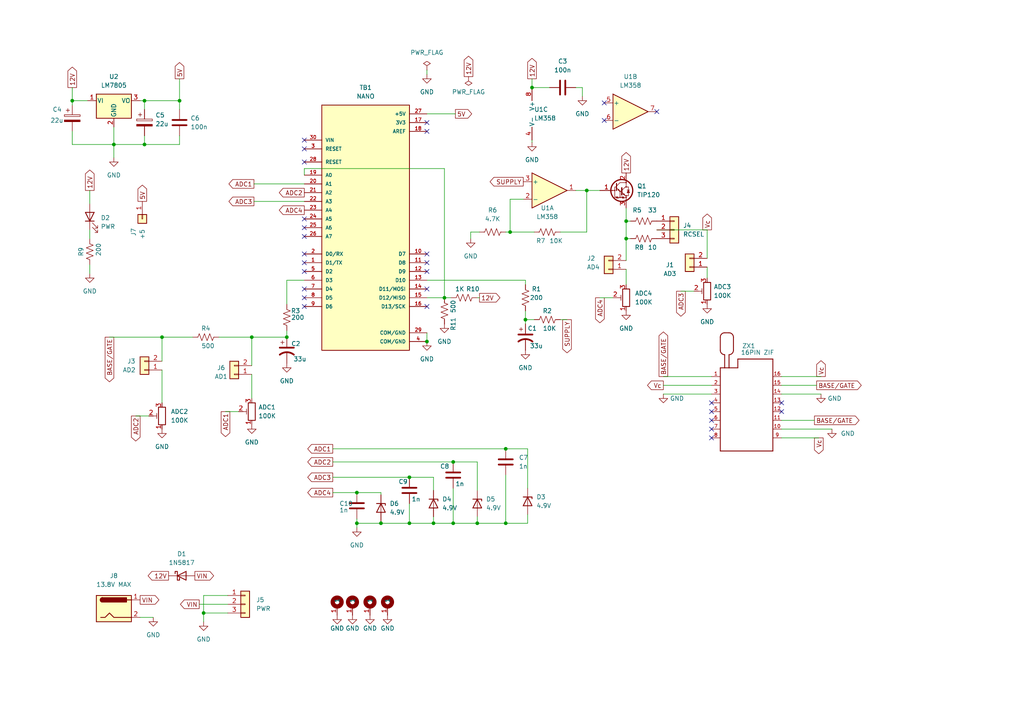
<source format=kicad_sch>
(kicad_sch (version 20211123) (generator eeschema)
  (paper "A4")
  (lib_symbols
    (symbol "Amplifier_Operational:LM358" (pin_names (offset 0.127))
      (property "Reference" "U" (at 0 5.08 0))
      (property "Value" "LM358" (at 0 -5.08 0))
      (symbol "LM358_1_1"
        (polyline (pts (xy -5.08 5.08) (xy 5.08 0) (xy -5.08 -5.08) (xy -5.08 5.08)) (stroke (width 0.254)) (fill (type background)))
        (pin output line (at 7.62 0 180) (length 2.54) (name "~") (number "1"))
        (pin input line (at -7.62 -2.54 0) (length 2.54) (name "-") (number "2"))
        (pin input line (at -7.62 2.54 0) (length 2.54) (name "+") (number "3"))
      )
      (symbol "LM358_2_1"
        (polyline (pts (xy -5.08 5.08) (xy 5.08 0) (xy -5.08 -5.08) (xy -5.08 5.08)) (stroke (width 0.254)) (fill (type background)))
        (pin input line (at -7.62 2.54 0) (length 2.54) (name "+") (number "5"))
        (pin input line (at -7.62 -2.54 0) (length 2.54) (name "-") (number "6"))
        (pin output line (at 7.62 0 180) (length 2.54) (name "~") (number "7"))
      )
      (symbol "LM358_3_1"
        (pin power_in line (at -2.54 -7.62 90) (length 3.81) (name "V-") (number "4"))
        (pin power_in line (at -2.54 7.62 270) (length 3.81) (name "V+") (number "8"))
      )
    )
    (symbol "Connector:Barrel_Jack" (pin_names (offset 1.016))
      (property "Reference" "J" (at 0 5.334 0))
      (property "Value" "Barrel_Jack" (at 0 -5.08 0))
      (symbol "Barrel_Jack_0_1"
        (rectangle (start -5.08 3.81) (end 5.08 -3.81) (stroke (width 0.254)) (fill (type background)))
        (arc (start -3.302 3.175) (mid -3.937 2.54) (end -3.302 1.905) (stroke (width 0.254)))
        (arc (start -3.302 3.175) (mid -3.937 2.54) (end -3.302 1.905) (stroke (width 0.254)) (fill (type outline)))
        (polyline (pts (xy 5.08 2.54) (xy 3.81 2.54)) (stroke (width 0.254)))
        (polyline (pts (xy -3.81 -2.54) (xy -2.54 -2.54) (xy -1.27 -1.27) (xy 0 -2.54) (xy 2.54 -2.54) (xy 5.08 -2.54)) (stroke (width 0.254)))
        (rectangle (start 3.683 3.175) (end -3.302 1.905) (stroke (width 0.254)) (fill (type outline)))
      )
      (symbol "Barrel_Jack_1_1"
        (pin passive line (at 7.62 2.54 180) (length 2.54) (name "~") (number "1"))
        (pin passive line (at 7.62 -2.54 180) (length 2.54) (name "~") (number "2"))
      )
    )
    (symbol "Connector_Generic:Conn_01x01" (pin_names (offset 1.016) hide)
      (property "Reference" "J" (at 0 2.54 0))
      (property "Value" "Conn_01x01" (at 0 -2.54 0))
      (symbol "Conn_01x01_1_1"
        (rectangle (start -1.27 0.127) (end 0 -0.127) (stroke (width 0.1524)))
        (rectangle (start -1.27 1.27) (end 1.27 -1.27) (stroke (width 0.254)) (fill (type background)))
        (pin passive line (at -5.08 0 0) (length 3.81) (name "Pin_1") (number "1"))
      )
    )
    (symbol "Connector_Generic:Conn_01x02" (pin_names (offset 1.016) hide)
      (property "Reference" "J" (at 0 2.54 0))
      (property "Value" "Conn_01x02" (at 0 -5.08 0))
      (symbol "Conn_01x02_1_1"
        (rectangle (start -1.27 -2.413) (end 0 -2.667) (stroke (width 0.1524)))
        (rectangle (start -1.27 0.127) (end 0 -0.127) (stroke (width 0.1524)))
        (rectangle (start -1.27 1.27) (end 1.27 -3.81) (stroke (width 0.254)) (fill (type background)))
        (pin passive line (at -5.08 0 0) (length 3.81) (name "Pin_1") (number "1"))
        (pin passive line (at -5.08 -2.54 0) (length 3.81) (name "Pin_2") (number "2"))
      )
    )
    (symbol "Connector_Generic:Conn_01x03" (pin_names (offset 1.016) hide)
      (property "Reference" "J" (at 0 5.08 0))
      (property "Value" "Conn_01x03" (at 0 -5.08 0))
      (symbol "Conn_01x03_1_1"
        (rectangle (start -1.27 -2.413) (end 0 -2.667) (stroke (width 0.1524)))
        (rectangle (start -1.27 0.127) (end 0 -0.127) (stroke (width 0.1524)))
        (rectangle (start -1.27 2.667) (end 0 2.413) (stroke (width 0.1524)))
        (rectangle (start -1.27 3.81) (end 1.27 -3.81) (stroke (width 0.254)) (fill (type background)))
        (pin passive line (at -5.08 2.54 0) (length 3.81) (name "Pin_1") (number "1"))
        (pin passive line (at -5.08 0 0) (length 3.81) (name "Pin_2") (number "2"))
        (pin passive line (at -5.08 -2.54 0) (length 3.81) (name "Pin_3") (number "3"))
      )
    )
    (symbol "Custom_RF:16Pin ZIF" (pin_names (offset 1.016))
      (property "Reference" "ZX" (at 0 13.97 0))
      (property "Value" "16Pin ZIF" (at -7.62 -17.78 0))
      (symbol "16Pin ZIF_0_0"
        (arc (start -7.62 15.24) (mid -7.248 14.342) (end -6.35 13.97) (stroke (width 0.254)))
        (arc (start -6.35 20.32) (mid -7.248 19.948) (end -7.62 19.05) (stroke (width 0.254)))
        (arc (start -5.08 13.97) (mid -4.182 14.342) (end -3.81 15.24) (stroke (width 0.254)))
        (arc (start -3.81 19.05) (mid -4.182 19.948) (end -5.08 20.32) (stroke (width 0.254)))
        (polyline (pts (xy -7.62 -13.97) (xy 7.62 -13.97)) (stroke (width 0.254)))
        (polyline (pts (xy -7.62 10.16) (xy -7.62 -13.97)) (stroke (width 0.254)))
        (polyline (pts (xy -7.62 15.24) (xy -7.62 19.05)) (stroke (width 0.254)))
        (polyline (pts (xy -6.35 10.16) (xy -7.62 10.16)) (stroke (width 0.254)))
        (polyline (pts (xy -6.35 10.16) (xy -6.35 13.97)) (stroke (width 0.254)))
        (polyline (pts (xy -6.35 20.32) (xy -5.08 20.32)) (stroke (width 0.254)))
        (polyline (pts (xy -5.08 10.16) (xy -6.35 10.16)) (stroke (width 0.254)))
        (polyline (pts (xy -5.08 13.97) (xy -5.08 10.16)) (stroke (width 0.254)))
        (polyline (pts (xy -3.81 19.05) (xy -3.81 15.24)) (stroke (width 0.254)))
        (polyline (pts (xy -2.54 10.16) (xy -5.08 10.16)) (stroke (width 0.254)))
        (polyline (pts (xy -2.54 12.7) (xy -2.54 10.16)) (stroke (width 0.254)))
        (polyline (pts (xy 7.62 -13.97) (xy 7.62 12.7)) (stroke (width 0.254)))
        (polyline (pts (xy 7.62 12.7) (xy -2.54 12.7)) (stroke (width 0.254)))
        (pin passive line (at -10.16 7.62 0) (length 2.54) (name "~") (number "1"))
        (pin passive line (at 10.16 -7.62 180) (length 2.54) (name "~") (number "10"))
        (pin passive line (at 10.16 -5.08 180) (length 2.54) (name "~") (number "11"))
        (pin passive line (at 10.16 -2.54 180) (length 2.54) (name "~") (number "12"))
        (pin passive line (at 10.16 0 180) (length 2.54) (name "~") (number "13"))
        (pin passive line (at 10.16 2.54 180) (length 2.54) (name "~") (number "14"))
        (pin passive line (at 10.16 5.08 180) (length 2.54) (name "~") (number "15"))
        (pin passive line (at 10.16 7.62 180) (length 2.54) (name "~") (number "16"))
        (pin passive line (at -10.16 5.08 0) (length 2.54) (name "~") (number "2"))
        (pin passive line (at -10.16 2.54 0) (length 2.54) (name "~") (number "3"))
        (pin passive line (at -10.16 0 0) (length 2.54) (name "~") (number "4"))
        (pin passive line (at -10.16 -2.54 0) (length 2.54) (name "~") (number "5"))
        (pin passive line (at -10.16 -5.08 0) (length 2.54) (name "~") (number "6"))
        (pin passive line (at -10.16 -7.62 0) (length 2.54) (name "~") (number "7"))
        (pin passive line (at -10.16 -10.16 0) (length 2.54) (name "~") (number "8"))
        (pin passive line (at 10.16 -10.16 180) (length 2.54) (name "~") (number "9"))
      )
    )
    (symbol "Device:C" (pin_numbers hide) (pin_names (offset 0.254))
      (property "Reference" "C" (at 0.635 2.54 0))
      (property "Value" "C" (at 0.635 -2.54 0))
      (symbol "C_0_1"
        (polyline (pts (xy -2.032 -0.762) (xy 2.032 -0.762)) (stroke (width 0.508)))
        (polyline (pts (xy -2.032 0.762) (xy 2.032 0.762)) (stroke (width 0.508)))
      )
      (symbol "C_1_1"
        (pin passive line (at 0 3.81 270) (length 2.794) (name "~") (number "1"))
        (pin passive line (at 0 -3.81 90) (length 2.794) (name "~") (number "2"))
      )
    )
    (symbol "Device:C_Polarized" (pin_numbers hide) (pin_names (offset 0.254))
      (property "Reference" "C" (at 0.635 2.54 0))
      (property "Value" "C_Polarized" (at 0.635 -2.54 0))
      (symbol "C_Polarized_0_1"
        (rectangle (start -2.286 0.508) (end 2.286 1.016))
        (polyline (pts (xy -1.778 2.286) (xy -0.762 2.286)))
        (polyline (pts (xy -1.27 2.794) (xy -1.27 1.778)))
        (rectangle (start 2.286 -0.508) (end -2.286 -1.016) (fill (type outline)))
      )
      (symbol "C_Polarized_1_1"
        (pin passive line (at 0 3.81 270) (length 2.794) (name "~") (number "1"))
        (pin passive line (at 0 -3.81 90) (length 2.794) (name "~") (number "2"))
      )
    )
    (symbol "Device:C_Polarized_US" (pin_numbers hide) (pin_names (offset 0.254) hide)
      (property "Reference" "C" (at 0.635 2.54 0))
      (property "Value" "C_Polarized_US" (at 0.635 -2.54 0))
      (symbol "C_Polarized_US_0_1"
        (polyline (pts (xy -2.032 0.762) (xy 2.032 0.762)) (stroke (width 0.508)))
        (polyline (pts (xy -1.778 2.286) (xy -0.762 2.286)))
        (polyline (pts (xy -1.27 1.778) (xy -1.27 2.794)))
        (arc (start 2.032 -1.27) (mid 0 -0.5572) (end -2.032 -1.27) (stroke (width 0.508)))
      )
      (symbol "C_Polarized_US_1_1"
        (pin passive line (at 0 3.81 270) (length 2.794) (name "~") (number "1"))
        (pin passive line (at 0 -3.81 90) (length 3.302) (name "~") (number "2"))
      )
    )
    (symbol "Device:D_Zener" (pin_numbers hide) (pin_names (offset 1.016) hide)
      (property "Reference" "D" (at 0 2.54 0))
      (property "Value" "D_Zener" (at 0 -2.54 0))
      (symbol "D_Zener_0_1"
        (polyline (pts (xy 1.27 0) (xy -1.27 0)))
        (polyline (pts (xy -1.27 -1.27) (xy -1.27 1.27) (xy -0.762 1.27)) (stroke (width 0.254)))
        (polyline (pts (xy 1.27 -1.27) (xy 1.27 1.27) (xy -1.27 0) (xy 1.27 -1.27)) (stroke (width 0.254)))
      )
      (symbol "D_Zener_1_1"
        (pin passive line (at -3.81 0 0) (length 2.54) (name "K") (number "1"))
        (pin passive line (at 3.81 0 180) (length 2.54) (name "A") (number "2"))
      )
    )
    (symbol "Device:LED" (pin_numbers hide) (pin_names (offset 1.016) hide)
      (property "Reference" "D" (at 0 2.54 0))
      (property "Value" "LED" (at 0 -2.54 0))
      (symbol "LED_0_1"
        (polyline (pts (xy -1.27 -1.27) (xy -1.27 1.27)) (stroke (width 0.254)))
        (polyline (pts (xy -1.27 0) (xy 1.27 0)))
        (polyline (pts (xy 1.27 -1.27) (xy 1.27 1.27) (xy -1.27 0) (xy 1.27 -1.27)) (stroke (width 0.254)))
        (polyline (pts (xy -3.048 -0.762) (xy -4.572 -2.286) (xy -3.81 -2.286) (xy -4.572 -2.286) (xy -4.572 -1.524)))
        (polyline (pts (xy -1.778 -0.762) (xy -3.302 -2.286) (xy -2.54 -2.286) (xy -3.302 -2.286) (xy -3.302 -1.524)))
      )
      (symbol "LED_1_1"
        (pin passive line (at -3.81 0 0) (length 2.54) (name "K") (number "1"))
        (pin passive line (at 3.81 0 180) (length 2.54) (name "A") (number "2"))
      )
    )
    (symbol "Device:R_Potentiometer_Trim" (pin_names (offset 1.016) hide)
      (property "Reference" "RV" (at -4.445 0 90))
      (property "Value" "R_Potentiometer_Trim" (at -2.54 0 90))
      (symbol "R_Potentiometer_Trim_0_1"
        (polyline (pts (xy 1.524 0.762) (xy 1.524 -0.762)))
        (polyline (pts (xy 2.54 0) (xy 1.524 0)))
        (rectangle (start 1.016 2.54) (end -1.016 -2.54) (stroke (width 0.254)))
      )
      (symbol "R_Potentiometer_Trim_1_1"
        (pin passive line (at 0 3.81 270) (length 1.27) (name "1") (number "1"))
        (pin passive line (at 3.81 0 180) (length 1.27) (name "2") (number "2"))
        (pin passive line (at 0 -3.81 90) (length 1.27) (name "3") (number "3"))
      )
    )
    (symbol "Device:R_US" (pin_numbers hide) (pin_names (offset 0))
      (property "Reference" "R" (at 2.54 0 90))
      (property "Value" "R_US" (at -2.54 0 90))
      (symbol "R_US_0_1"
        (polyline (pts (xy 0 -2.286) (xy 0 -2.54)))
        (polyline (pts (xy 0 2.286) (xy 0 2.54)))
        (polyline (pts (xy 0 -0.762) (xy 1.016 -1.143) (xy 0 -1.524) (xy -1.016 -1.905) (xy 0 -2.286)))
        (polyline (pts (xy 0 0.762) (xy 1.016 0.381) (xy 0 0) (xy -1.016 -0.381) (xy 0 -0.762)))
        (polyline (pts (xy 0 2.286) (xy 1.016 1.905) (xy 0 1.524) (xy -1.016 1.143) (xy 0 0.762)))
      )
      (symbol "R_US_1_1"
        (pin passive line (at 0 3.81 270) (length 1.27) (name "~") (number "1"))
        (pin passive line (at 0 -3.81 90) (length 1.27) (name "~") (number "2"))
      )
    )
    (symbol "Diode:1N5817" (pin_numbers hide) (pin_names (offset 1.016) hide)
      (property "Reference" "D" (at 0 2.54 0))
      (property "Value" "1N5817" (at 0 -2.54 0))
      (symbol "1N5817_0_1"
        (polyline (pts (xy 1.27 0) (xy -1.27 0)))
        (polyline (pts (xy 1.27 1.27) (xy 1.27 -1.27) (xy -1.27 0) (xy 1.27 1.27)) (stroke (width 0.254)))
        (polyline (pts (xy -1.905 0.635) (xy -1.905 1.27) (xy -1.27 1.27) (xy -1.27 -1.27) (xy -0.635 -1.27) (xy -0.635 -0.635)) (stroke (width 0.254)))
      )
      (symbol "1N5817_1_1"
        (pin passive line (at -3.81 0 0) (length 2.54) (name "K") (number "1"))
        (pin passive line (at 3.81 0 180) (length 2.54) (name "A") (number "2"))
      )
    )
    (symbol "Microcontrollers:ARDUINO_NANO" (pin_names (offset 1.016))
      (property "Reference" "TB" (at -12.7 35.56 0))
      (property "Value" "ARDUINO_NANO" (at -12.7 -38.1 0))
      (symbol "ARDUINO_NANO_0_0"
        (rectangle (start -12.7 -35.56) (end 12.7 35.56) (stroke (width 0.254)) (fill (type background)))
        (pin bidirectional line (at -17.78 -10.16 0) (length 5.08) (name "D1/TX") (number "1"))
        (pin bidirectional line (at 17.78 -7.62 180) (length 5.08) (name "D7") (number "10"))
        (pin bidirectional line (at 17.78 -10.16 180) (length 5.08) (name "D8") (number "11"))
        (pin bidirectional line (at 17.78 -12.7 180) (length 5.08) (name "D9") (number "12"))
        (pin bidirectional line (at 17.78 -15.24 180) (length 5.08) (name "D10") (number "13"))
        (pin bidirectional line (at 17.78 -17.78 180) (length 5.08) (name "D11/MOSI") (number "14"))
        (pin bidirectional line (at 17.78 -20.32 180) (length 5.08) (name "D12/MISO") (number "15"))
        (pin bidirectional line (at 17.78 -22.86 180) (length 5.08) (name "D13/SCK") (number "16"))
        (pin power_in line (at 17.78 30.48 180) (length 5.08) (name "3V3") (number "17"))
        (pin power_in line (at 17.78 27.94 180) (length 5.08) (name "AREF") (number "18"))
        (pin input line (at -17.78 15.24 0) (length 5.08) (name "A0") (number "19"))
        (pin bidirectional line (at -17.78 -7.62 0) (length 5.08) (name "D0/RX") (number "2"))
        (pin input line (at -17.78 12.7 0) (length 5.08) (name "A1") (number "20"))
        (pin input line (at -17.78 10.16 0) (length 5.08) (name "A2") (number "21"))
        (pin input line (at -17.78 7.62 0) (length 5.08) (name "A3") (number "22"))
        (pin input line (at -17.78 5.08 0) (length 5.08) (name "A4") (number "23"))
        (pin input line (at -17.78 2.54 0) (length 5.08) (name "A5") (number "24"))
        (pin input line (at -17.78 0 0) (length 5.08) (name "A6") (number "25"))
        (pin input line (at -17.78 -2.54 0) (length 5.08) (name "A7") (number "26"))
        (pin power_in line (at 17.78 33.02 180) (length 5.08) (name "+5V") (number "27"))
        (pin input line (at -17.78 19.05 0) (length 5.08) (name "RESET") (number "28"))
        (pin power_in line (at 17.78 -30.48 180) (length 5.08) (name "COM/GND") (number "29"))
        (pin input line (at -17.78 22.86 0) (length 5.08) (name "RESET") (number "3"))
        (pin input line (at -17.78 25.4 0) (length 5.08) (name "VIN") (number "30"))
        (pin power_in line (at 17.78 -33.02 180) (length 5.08) (name "COM/GND") (number "4"))
        (pin bidirectional line (at -17.78 -12.7 0) (length 5.08) (name "D2") (number "5"))
        (pin bidirectional line (at -17.78 -15.24 0) (length 5.08) (name "D3") (number "6"))
        (pin bidirectional line (at -17.78 -17.78 0) (length 5.08) (name "D4") (number "7"))
        (pin bidirectional line (at -17.78 -20.32 0) (length 5.08) (name "D5") (number "8"))
        (pin bidirectional line (at -17.78 -22.86 0) (length 5.08) (name "D6") (number "9"))
      )
    )
    (symbol "MountingHole_1" (pin_names (offset 1.016))
      (symbol "MountingHole_1_0_1"
        (circle (center 0 0) (radius 1.27) (stroke (width 1.27)))
      )
      (symbol "MountingHole_1_1_1"
        (pin power_in line (at 0 -3.81 90) (length 2.54) (name "1") (number "1"))
      )
    )
    (symbol "MountingHole_2" (pin_names (offset 1.016))
      (symbol "MountingHole_2_0_1"
        (circle (center 0 0) (radius 1.27) (stroke (width 1.27)))
      )
      (symbol "MountingHole_2_1_1"
        (pin power_in line (at 0 -3.81 90) (length 2.54) (name "1") (number "1"))
      )
    )
    (symbol "MountingHole_3" (pin_names (offset 1.016))
      (symbol "MountingHole_3_0_1"
        (circle (center 0 0) (radius 1.27) (stroke (width 1.27)))
      )
      (symbol "MountingHole_3_1_1"
        (pin power_in line (at 0 -3.81 90) (length 2.54) (name "1") (number "1"))
      )
    )
    (symbol "MountingHole_4" (pin_names (offset 1.016))
      (symbol "MountingHole_4_0_1"
        (circle (center 0 0) (radius 1.27) (stroke (width 1.27)))
      )
      (symbol "MountingHole_4_1_1"
        (pin power_in line (at 0 -3.81 90) (length 2.54) (name "1") (number "1"))
      )
    )
    (symbol "Regulator_Linear:LM7805_TO220" (pin_names (offset 0.254))
      (property "Reference" "U" (at -3.81 3.175 0))
      (property "Value" "LM7805_TO220" (at 0 3.175 0))
      (symbol "LM7805_TO220_0_1"
        (rectangle (start -5.08 1.905) (end 5.08 -5.08) (stroke (width 0.254)) (fill (type background)))
      )
      (symbol "LM7805_TO220_1_1"
        (pin power_in line (at -7.62 0 0) (length 2.54) (name "VI") (number "1"))
        (pin power_in line (at 0 -7.62 90) (length 2.54) (name "GND") (number "2"))
        (pin power_out line (at 7.62 0 180) (length 2.54) (name "VO") (number "3"))
      )
    )
    (symbol "Transistor_BJT:TIP120" (pin_names (offset 0) hide)
      (property "Reference" "Q" (at 5.08 1.905 0))
      (property "Value" "TIP120" (at 5.08 0 0))
      (symbol "TIP120_0_1"
        (circle (center -0.762 0) (radius 0.127))
        (polyline (pts (xy -1.27 0) (xy -0.889 0)))
        (polyline (pts (xy 2.54 -2.032) (xy 2.54 -2.54)))
        (polyline (pts (xy 2.54 -1.524) (xy 3.175 -1.524)))
        (polyline (pts (xy 2.794 0.127) (xy 3.556 0.127)))
        (polyline (pts (xy 3.175 -0.635) (xy 3.175 -1.524)))
        (polyline (pts (xy 3.175 1.016) (xy 2.54 1.016)))
        (polyline (pts (xy 3.175 1.016) (xy 3.175 0.127)))
        (polyline (pts (xy -0.254 0.762) (xy 0.762 -0.254) (xy 1.27 -0.254)))
        (polyline (pts (xy -0.254 1.016) (xy -0.762 1.016) (xy -0.762 -2.032)))
        (polyline (pts (xy -0.254 1.27) (xy 0.762 2.286) (xy 2.54 2.286)))
        (polyline (pts (xy -0.254 2.032) (xy -0.254 0) (xy -0.254 0)) (stroke (width 0.3048)))
        (polyline (pts (xy 1.27 0.762) (xy 1.27 -1.27) (xy 1.27 -1.27)) (stroke (width 0.381)))
        (polyline (pts (xy 0.635 -0.127) (xy 0.381 0.381) (xy 0.127 0.127) (xy 0.635 -0.127)))
        (polyline (pts (xy 1.27 -0.508) (xy 2.286 -1.524) (xy 2.54 -1.524) (xy 2.54 -2.032)))
        (polyline (pts (xy 1.27 0) (xy 2.286 1.016) (xy 2.54 1.016) (xy 2.54 2.286)))
        (polyline (pts (xy 2.159 -1.397) (xy 1.905 -0.889) (xy 1.651 -1.143) (xy 2.159 -1.397)))
        (polyline (pts (xy 3.175 0.127) (xy 2.794 -0.635) (xy 3.556 -0.635) (xy 3.175 0.127)) (fill (type outline)))
        (polyline (pts (xy 0.762 -2.032) (xy 0.381 -2.032) (xy 0.254 -2.286) (xy 0.127 -1.778) (xy 0 -2.286) (xy -0.127 -1.778) (xy -0.254 -2.286) (xy -0.381 -1.778) (xy -0.508 -2.032) (xy -0.762 -2.032)))
        (polyline (pts (xy 0.762 -0.254) (xy 0.762 -2.032) (xy 1.143 -2.032) (xy 1.27 -1.778) (xy 1.397 -2.286) (xy 1.524 -1.778) (xy 1.651 -2.286) (xy 1.778 -1.778) (xy 1.905 -2.286) (xy 2.032 -2.032) (xy 2.54 -2.032)))
        (circle (center 0.762 -2.032) (radius 0.127))
        (circle (center 0.762 -0.254) (radius 0.127))
        (circle (center 1.27 0) (radius 3.175) (stroke (width 0.3556)))
        (circle (center 2.54 -2.032) (radius 0.127))
        (circle (center 2.54 -1.524) (radius 0.127))
        (circle (center 2.54 1.016) (radius 0.127))
        (circle (center 2.54 2.286) (radius 0.127))
      )
      (symbol "TIP120_1_1"
        (pin input line (at -5.08 0 0) (length 3.81) (name "B") (number "1"))
        (pin passive line (at 2.54 5.08 270) (length 2.667) (name "C") (number "2"))
        (pin passive line (at 2.54 -5.08 90) (length 2.54) (name "E") (number "3"))
      )
    )
    (symbol "power:GND" (power) (pin_names (offset 0))
      (property "Value" "GND" (at 0 -3.81 0))
      (symbol "GND_0_1"
        (polyline (pts (xy 0 0) (xy 0 -1.27) (xy 1.27 -1.27) (xy 0 -2.54) (xy -1.27 -1.27) (xy 0 -1.27)))
      )
      (symbol "GND_1_1"
        (pin power_in line (at 0 0 270) (length 0) hide (name "GND") (number "1"))
      )
    )
    (symbol "power:PWR_FLAG" (power) (pin_numbers hide) (pin_names (offset 0) hide)
      (property "Value" "PWR_FLAG" (at 0 3.81 0))
      (symbol "PWR_FLAG_0_0"
        (pin power_out line (at 0 0 90) (length 0) (name "pwr") (number "1"))
      )
      (symbol "PWR_FLAG_0_1"
        (polyline (pts (xy 0 0) (xy 0 1.27) (xy -1.016 1.905) (xy 0 2.54) (xy 1.016 1.905) (xy 0 1.27)))
      )
    )
  )
  (junction (at 152.4 92.71))
  (junction (at 110.49 151.765))
  (junction (at 52.07 29.21))
  (junction (at 181.61 69.215))
  (junction (at 123.825 99.06))
  (junction (at 83.185 97.79))
  (junction (at 41.91 29.21))
  (junction (at 125.73 151.765))
  (junction (at 170.18 55.245))
  (junction (at 118.745 138.43))
  (junction (at 73.025 97.79))
  (junction (at 59.055 177.8))
  (junction (at 131.445 133.985))
  (junction (at 147.955 67.31))
  (junction (at 128.905 86.36))
  (junction (at 103.505 151.765))
  (junction (at 33.02 41.91))
  (junction (at 131.445 151.765))
  (junction (at 118.745 151.765))
  (junction (at 146.685 151.765))
  (junction (at 103.505 142.875))
  (junction (at 146.685 130.175))
  (junction (at 154.305 25.4))
  (junction (at 20.955 29.21))
  (junction (at 181.61 64.135))
  (junction (at 41.91 41.91))
  (junction (at 138.43 151.765))
  (junction (at 46.99 97.79))
  (no_connect (at 190.5 32.385))
  (no_connect (at 175.26 34.925))
  (no_connect (at 175.26 29.845))
  (no_connect (at 206.375 127))
  (no_connect (at 206.375 116.84))
  (no_connect (at 226.695 116.84))
  (no_connect (at 88.265 40.64))
  (no_connect (at 206.375 119.38))
  (no_connect (at 123.825 35.56))
  (no_connect (at 123.825 38.1))
  (no_connect (at 123.825 88.9))
  (no_connect (at 123.825 83.82))
  (no_connect (at 123.825 73.66))
  (no_connect (at 123.825 76.2))
  (no_connect (at 123.825 78.74))
  (no_connect (at 88.265 43.18))
  (no_connect (at 88.265 88.9))
  (no_connect (at 88.265 86.36))
  (no_connect (at 88.265 83.82))
  (no_connect (at 88.265 66.04))
  (no_connect (at 88.265 68.58))
  (no_connect (at 88.265 73.66))
  (no_connect (at 88.265 76.2))
  (no_connect (at 88.265 63.5))
  (no_connect (at 88.265 78.74))
  (no_connect (at 206.375 124.46))
  (no_connect (at 206.375 121.92))
  (no_connect (at 88.265 46.99))
  (no_connect (at 226.695 119.38))
  (wire (pts (xy 146.685 151.765) (xy 153.035 151.765)))
  (wire (pts (xy 181.61 69.215) (xy 181.61 75.565)))
  (wire (pts (xy 123.825 33.02) (xy 132.08 33.02)))
  (wire (pts (xy 66.04 172.72) (xy 59.055 172.72)))
  (wire (pts (xy 41.91 41.91) (xy 33.02 41.91)))
  (wire (pts (xy 123.825 96.52) (xy 123.825 99.06)))
  (wire (pts (xy 110.49 151.765) (xy 118.745 151.765)))
  (wire (pts (xy 96.52 133.985) (xy 131.445 133.985)))
  (wire (pts (xy 192.405 111.76) (xy 206.375 111.76)))
  (wire (pts (xy 154.305 40.64) (xy 154.305 41.275)))
  (wire (pts (xy 128.905 48.895) (xy 88.265 48.895)))
  (wire (pts (xy 52.07 29.21) (xy 52.07 31.75)))
  (wire (pts (xy 151.765 57.785) (xy 147.955 57.785)))
  (wire (pts (xy 31.75 97.79) (xy 46.99 97.79)))
  (wire (pts (xy 154.94 92.71) (xy 152.4 92.71)))
  (wire (pts (xy 192.405 109.22) (xy 206.375 109.22)))
  (wire (pts (xy 181.61 64.135) (xy 181.61 69.215)))
  (wire (pts (xy 238.125 109.22) (xy 226.695 109.22)))
  (wire (pts (xy 130.81 86.36) (xy 128.905 86.36)))
  (wire (pts (xy 52.07 41.91) (xy 41.91 41.91)))
  (wire (pts (xy 152.4 82.55) (xy 152.4 81.28)))
  (wire (pts (xy 147.955 67.31) (xy 154.94 67.31)))
  (wire (pts (xy 96.52 130.175) (xy 146.685 130.175)))
  (wire (pts (xy 146.685 137.795) (xy 146.685 151.765)))
  (wire (pts (xy 33.02 41.91) (xy 33.02 36.83)))
  (wire (pts (xy 20.955 29.21) (xy 20.955 30.48)))
  (wire (pts (xy 52.07 22.86) (xy 52.07 29.21)))
  (wire (pts (xy 136.525 67.31) (xy 136.525 69.215)))
  (wire (pts (xy 146.685 67.31) (xy 147.955 67.31)))
  (wire (pts (xy 131.445 141.605) (xy 131.445 151.765)))
  (wire (pts (xy 153.035 130.175) (xy 146.685 130.175)))
  (wire (pts (xy 164.465 92.71) (xy 162.56 92.71)))
  (wire (pts (xy 33.02 41.91) (xy 20.955 41.91)))
  (wire (pts (xy 46.99 97.79) (xy 46.99 104.775)))
  (wire (pts (xy 73.66 53.34) (xy 88.265 53.34)))
  (wire (pts (xy 73.025 97.79) (xy 83.185 97.79)))
  (wire (pts (xy 128.905 86.36) (xy 128.905 48.895)))
  (wire (pts (xy 152.4 92.71) (xy 152.4 90.17)))
  (wire (pts (xy 83.185 81.28) (xy 88.265 81.28)))
  (wire (pts (xy 201.295 84.455) (xy 197.485 84.455)))
  (wire (pts (xy 40.64 29.21) (xy 41.91 29.21)))
  (wire (pts (xy 138.43 151.765) (xy 131.445 151.765)))
  (wire (pts (xy 20.955 25.4) (xy 20.955 29.21)))
  (wire (pts (xy 168.91 25.4) (xy 168.91 27.94)))
  (wire (pts (xy 57.785 175.26) (xy 66.04 175.26)))
  (wire (pts (xy 83.185 88.265) (xy 83.185 81.28)))
  (wire (pts (xy 41.91 29.21) (xy 52.07 29.21)))
  (wire (pts (xy 190.5 66.675) (xy 205.105 66.675)))
  (wire (pts (xy 236.22 121.92) (xy 226.695 121.92)))
  (wire (pts (xy 139.065 67.31) (xy 136.525 67.31)))
  (wire (pts (xy 125.73 138.43) (xy 118.745 138.43)))
  (wire (pts (xy 123.825 20.32) (xy 123.825 21.59)))
  (wire (pts (xy 162.56 67.31) (xy 170.18 67.31)))
  (wire (pts (xy 139.065 86.36) (xy 138.43 86.36)))
  (wire (pts (xy 154.305 22.86) (xy 154.305 25.4)))
  (wire (pts (xy 96.52 142.875) (xy 103.505 142.875)))
  (wire (pts (xy 88.265 48.895) (xy 88.265 50.8)))
  (wire (pts (xy 177.8 86.36) (xy 173.99 86.36)))
  (wire (pts (xy 192.405 114.3) (xy 206.375 114.3)))
  (wire (pts (xy 26.035 55.245) (xy 26.035 59.055)))
  (wire (pts (xy 41.91 39.37) (xy 41.91 41.91)))
  (wire (pts (xy 103.505 151.765) (xy 103.505 150.495)))
  (wire (pts (xy 83.185 95.885) (xy 83.185 97.79)))
  (wire (pts (xy 26.035 66.675) (xy 26.035 69.215)))
  (wire (pts (xy 103.505 153.035) (xy 103.505 151.765)))
  (wire (pts (xy 73.66 58.42) (xy 88.265 58.42)))
  (wire (pts (xy 170.18 55.245) (xy 173.99 55.245)))
  (wire (pts (xy 118.745 146.05) (xy 118.745 151.765)))
  (wire (pts (xy 59.055 177.8) (xy 66.04 177.8)))
  (wire (pts (xy 237.49 127) (xy 226.695 127)))
  (wire (pts (xy 103.505 151.765) (xy 110.49 151.765)))
  (wire (pts (xy 167.005 25.4) (xy 168.91 25.4)))
  (wire (pts (xy 181.61 69.215) (xy 182.88 69.215)))
  (wire (pts (xy 44.45 179.07) (xy 40.64 179.07)))
  (wire (pts (xy 63.5 97.79) (xy 73.025 97.79)))
  (wire (pts (xy 205.105 66.675) (xy 205.105 74.93)))
  (wire (pts (xy 147.955 57.785) (xy 147.955 67.31)))
  (wire (pts (xy 236.855 111.76) (xy 226.695 111.76)))
  (wire (pts (xy 181.61 64.135) (xy 182.88 64.135)))
  (wire (pts (xy 43.18 120.65) (xy 39.37 120.65)))
  (wire (pts (xy 128.905 86.36) (xy 123.825 86.36)))
  (wire (pts (xy 103.505 142.875) (xy 110.49 142.875)))
  (wire (pts (xy 138.43 142.24) (xy 138.43 133.985)))
  (wire (pts (xy 138.43 151.765) (xy 146.685 151.765)))
  (wire (pts (xy 153.035 141.605) (xy 153.035 130.175)))
  (wire (pts (xy 46.99 97.79) (xy 55.88 97.79)))
  (wire (pts (xy 152.4 93.98) (xy 152.4 92.71)))
  (wire (pts (xy 59.055 172.72) (xy 59.055 177.8)))
  (wire (pts (xy 181.61 60.325) (xy 181.61 64.135)))
  (wire (pts (xy 33.02 41.91) (xy 33.02 45.72)))
  (wire (pts (xy 170.18 55.245) (xy 167.005 55.245)))
  (wire (pts (xy 170.18 67.31) (xy 170.18 55.245)))
  (wire (pts (xy 110.49 142.875) (xy 110.49 143.51)))
  (wire (pts (xy 96.52 138.43) (xy 118.745 138.43)))
  (wire (pts (xy 138.43 133.985) (xy 131.445 133.985)))
  (wire (pts (xy 125.73 149.86) (xy 125.73 151.765)))
  (wire (pts (xy 41.91 29.21) (xy 41.91 31.75)))
  (wire (pts (xy 69.215 119.38) (xy 65.405 119.38)))
  (wire (pts (xy 73.025 115.57) (xy 73.025 108.585)))
  (wire (pts (xy 20.955 38.1) (xy 20.955 41.91)))
  (wire (pts (xy 138.43 149.86) (xy 138.43 151.765)))
  (wire (pts (xy 125.73 151.765) (xy 131.445 151.765)))
  (wire (pts (xy 118.745 151.765) (xy 125.73 151.765)))
  (wire (pts (xy 26.035 76.835) (xy 26.035 79.375)))
  (wire (pts (xy 153.035 149.225) (xy 153.035 151.765)))
  (wire (pts (xy 205.105 77.47) (xy 205.105 80.645)))
  (wire (pts (xy 73.025 106.045) (xy 73.025 97.79)))
  (wire (pts (xy 110.49 151.13) (xy 110.49 151.765)))
  (wire (pts (xy 241.3 124.46) (xy 226.695 124.46)))
  (wire (pts (xy 59.055 177.8) (xy 59.055 180.34)))
  (wire (pts (xy 123.825 81.28) (xy 152.4 81.28)))
  (wire (pts (xy 181.61 78.105) (xy 181.61 82.55)))
  (wire (pts (xy 159.385 25.4) (xy 154.305 25.4)))
  (wire (pts (xy 46.99 107.315) (xy 46.99 116.84)))
  (wire (pts (xy 238.125 114.3) (xy 226.695 114.3)))
  (wire (pts (xy 25.4 29.21) (xy 20.955 29.21)))
  (wire (pts (xy 52.07 39.37) (xy 52.07 41.91)))
  (wire (pts (xy 125.73 142.24) (xy 125.73 138.43)))
  (global_label "ADC3" (shape output) (at 73.66 58.42 180) (property "Intersheet References" "${INTERSHEET_REFS}" (effects hide)))
  (global_label "5V" (shape output) (at 132.08 33.02 0) (property "Intersheet References" "${INTERSHEET_REFS}" (effects hide)))
  (global_label "Vc" (shape output) (at 205.105 66.675 90) (property "Intersheet References" "${INTERSHEET_REFS}" (effects hide)))
  (global_label "ADC2" (shape output) (at 88.265 55.88 180) (property "Intersheet References" "${INTERSHEET_REFS}" (effects hide)))
  (global_label "ADC2" (shape output) (at 39.37 120.65 270) (property "Intersheet References" "${INTERSHEET_REFS}" (effects hide)))
  (global_label "ADC4" (shape output) (at 173.99 86.36 270) (property "Intersheet References" "${INTERSHEET_REFS}" (effects hide)))
  (global_label "ADC4" (shape output) (at 96.52 142.875 180) (property "Intersheet References" "${INTERSHEET_REFS}" (effects hide)))
  (global_label "12V" (shape output) (at 181.61 50.165 90) (property "Intersheet References" "${INTERSHEET_REFS}" (effects hide)))
  (global_label "12V" (shape output) (at 48.895 167.005 180) (property "Intersheet References" "${INTERSHEET_REFS}" (effects hide)))
  (global_label "Vc" (shape output) (at 237.49 127 270) (property "Intersheet References" "${INTERSHEET_REFS}" (effects hide)))
  (global_label "BASE{slash}GATE" (shape output) (at 236.855 111.76 0) (property "Intersheet References" "${INTERSHEET_REFS}" (effects hide)))
  (global_label "ADC2" (shape output) (at 96.52 133.985 180) (property "Intersheet References" "${INTERSHEET_REFS}" (effects hide)))
  (global_label "12V" (shape output) (at 20.955 25.4 90) (property "Intersheet References" "${INTERSHEET_REFS}" (effects hide)))
  (global_label "SUPPLY" (shape output) (at 151.765 52.705 180) (property "Intersheet References" "${INTERSHEET_REFS}" (effects hide)))
  (global_label "VIN" (shape output) (at 56.515 167.005 0) (property "Intersheet References" "${INTERSHEET_REFS}" (effects hide)))
  (global_label "Vc" (shape output) (at 238.125 109.22 90) (property "Intersheet References" "${INTERSHEET_REFS}" (effects hide)))
  (global_label "BASE{slash}GATE" (shape output) (at 236.22 121.92 0) (property "Intersheet References" "${INTERSHEET_REFS}" (effects hide)))
  (global_label "5V" (shape output) (at 41.275 58.42 90) (property "Intersheet References" "${INTERSHEET_REFS}" (effects hide)))
  (global_label "ADC1" (shape output) (at 96.52 130.175 180) (property "Intersheet References" "${INTERSHEET_REFS}" (effects hide)))
  (global_label "BASE{slash}GATE" (shape output) (at 31.75 97.79 270) (property "Intersheet References" "${INTERSHEET_REFS}" (effects hide)))
  (global_label "ADC1" (shape output) (at 65.405 119.38 270) (property "Intersheet References" "${INTERSHEET_REFS}" (effects hide)))
  (global_label "Vc" (shape output) (at 192.405 111.76 180) (property "Intersheet References" "${INTERSHEET_REFS}" (effects hide)))
  (global_label "VIN" (shape output) (at 57.785 175.26 180) (property "Intersheet References" "${INTERSHEET_REFS}" (effects hide)))
  (global_label "ADC3" (shape output) (at 197.485 84.455 270) (property "Intersheet References" "${INTERSHEET_REFS}" (effects hide)))
  (global_label "5V" (shape output) (at 52.07 22.86 90) (property "Intersheet References" "${INTERSHEET_REFS}" (effects hide)))
  (global_label "VIN" (shape output) (at 40.64 173.99 0) (property "Intersheet References" "${INTERSHEET_REFS}" (effects hide)))
  (global_label "SUPPLY" (shape output) (at 164.465 92.71 270) (property "Intersheet References" "${INTERSHEET_REFS}" (effects hide)))
  (global_label "ADC3" (shape output) (at 96.52 138.43 180) (property "Intersheet References" "${INTERSHEET_REFS}" (effects hide)))
  (global_label "ADC4" (shape output) (at 88.265 60.96 180) (property "Intersheet References" "${INTERSHEET_REFS}" (effects hide)))
  (global_label "12V" (shape output) (at 154.305 22.86 90) (property "Intersheet References" "${INTERSHEET_REFS}" (effects hide)))
  (global_label "12V" (shape output) (at 135.89 22.225 90) (property "Intersheet References" "${INTERSHEET_REFS}" (effects hide)))
  (global_label "12V" (shape output) (at 139.065 86.36 0) (property "Intersheet References" "${INTERSHEET_REFS}" (effects hide)))
  (global_label "BASE{slash}GATE" (shape output) (at 192.405 109.22 90) (property "Intersheet References" "${INTERSHEET_REFS}" (effects hide)))
  (global_label "12V" (shape output) (at 26.035 55.245 90) (property "Intersheet References" "${INTERSHEET_REFS}" (effects hide)))
  (global_label "ADC1" (shape output) (at 73.66 53.34 180) (property "Intersheet References" "${INTERSHEET_REFS}" (effects hide)))
  (symbol (lib_id "Connector:Barrel_Jack") (at 33.02 176.53 0) (unit 1)
    (property "Reference" "J8" (at 33.02 167.005 0))
    (property "Value" "13.8V MAX" (at 33.02 169.545 0))
    (property "Footprint" "Connector_BarrelJack:BarrelJack_GCT_DCJ200-10-A_Horizontal" (effects hide))
  )
  (symbol (lib_id "Device:D_Zener") (at 153.035 145.415 270) (unit 1)
    (property "Reference" "D3" (at 155.575 144.1449 90) (effects (justify left)))
    (property "Value" "4.9V" (at 155.575 146.6849 90) (effects (justify left)))
    (property "Footprint" "Diode_SMD:D_SOD-323" (effects hide))
  )
  (symbol (lib_id "Device:R_US") (at 134.62 86.36 90) (unit 1)
    (property "Reference" "R10" (at 137.16 83.82 90))
    (property "Value" "1K" (at 133.35 83.82 90))
    (property "Footprint" "Resistor_SMD:R_1206_3216Metric_Pad1.30x1.75mm_HandSolder" (effects hide))
  )
  (symbol (lib_id "Device:C") (at 118.745 142.24 0) (unit 1)
    (property "Reference" "C9" (at 115.57 139.7 0) (effects (justify left)))
    (property "Value" "1n" (at 119.38 144.78 0) (effects (justify left)))
    (property "Footprint" "Capacitor_SMD:C_1206_3216Metric" (effects hide))
  )
  (symbol (lib_name "MountingHole_3") (lib_id "Mechanical:MountingHole") (at 102.235 174.625 0) (unit 1) (in_bom no)
    (property "Reference" "H2" (effects hide))
    (property "Value" "MountingHole" (effects hide))
    (property "Footprint" "MountingHole:MountingHole_3.2mm_M3_ISO7380_Pad_TopBottom" (effects hide))
  )
  (symbol (lib_id "power:GND") (at 152.4 101.6 0) (unit 1)
    (property "Reference" "#PWR04" (effects hide))
    (property "Value" "GND" (at 152.4 106.68 0))
  )
  (symbol (lib_id "Amplifier_Operational:LM358") (at 182.88 32.385 0) (unit 2)
    (property "Reference" "U1" (at 182.88 22.225 0))
    (property "Value" "LM358" (at 182.88 24.765 0))
    (property "Footprint" "Package_DIP:DIP-8_W7.62mm_Socket" (effects hide))
    (property "Datasheet" "http://www.ti.com/lit/ds/symlink/lm2904-n.pdf" (effects hide))
  )
  (symbol (lib_id "Device:R_Potentiometer_Trim") (at 46.99 120.65 180) (unit 1)
    (property "Reference" "ADC2" (at 49.53 119.3799 0) (effects (justify right)))
    (property "Value" "100K" (at 49.53 121.9199 0) (effects (justify right)))
    (property "Footprint" "Potentiometer_THT:Potentiometer_Bourns_3296W_Vertical" (effects hide))
  )
  (symbol (lib_id "Device:C_Polarized_US") (at 83.185 101.6 0) (unit 1)
    (property "Reference" "C2" (at 84.455 99.695 0) (effects (justify left)))
    (property "Value" "33u" (at 85.09 104.14 0) (effects (justify left)))
    (property "Footprint" "Capacitor_THT:CP_Radial_D8.0mm_P2.50mm" (effects hide))
  )
  (symbol (lib_id "Device:R_US") (at 158.75 92.71 90) (unit 1)
    (property "Reference" "R2" (at 158.75 90.17 90))
    (property "Value" "10K" (at 159.385 95.25 90))
    (property "Footprint" "Resistor_SMD:R_1206_3216Metric_Pad1.30x1.75mm_HandSolder" (effects hide))
  )
  (symbol (lib_id "Connector_Generic:Conn_01x01") (at 41.275 63.5 270) (unit 1)
    (property "Reference" "J7" (at 38.735 67.31 0))
    (property "Value" "+5" (at 41.275 67.945 0))
    (property "Footprint" "Connector_PinHeader_2.54mm:PinHeader_1x01_P2.54mm_Vertical" (effects hide))
  )
  (symbol (lib_id "Device:R_US") (at 128.905 90.17 0) (unit 1)
    (property "Reference" "R11" (at 131.445 93.98 90))
    (property "Value" "500" (at 131.445 88.9 90))
    (property "Footprint" "Resistor_SMD:R_1206_3216Metric_Pad1.30x1.75mm_HandSolder" (effects hide))
  )
  (symbol (lib_id "power:GND") (at 102.235 178.435 0) (unit 1)
    (property "Reference" "#PWR020" (effects hide))
    (property "Value" "GND" (at 102.235 182.245 0))
  )
  (symbol (lib_id "Device:R_US") (at 142.875 67.31 90) (unit 1)
    (property "Reference" "R6" (at 142.875 60.96 90))
    (property "Value" "4.7K" (at 142.875 63.5 90))
    (property "Footprint" "Resistor_SMD:R_1206_3216Metric_Pad1.30x1.75mm_HandSolder" (effects hide))
  )
  (symbol (lib_id "Device:C_Polarized") (at 41.91 35.56 0) (unit 1)
    (property "Reference" "C5" (at 45.085 33.4009 0) (effects (justify left)))
    (property "Value" "22u" (at 45.085 35.9409 0) (effects (justify left)))
    (property "Footprint" "Capacitor_THT:CP_Radial_D8.0mm_P2.50mm" (effects hide))
  )
  (symbol (lib_id "power:GND") (at 107.315 178.435 0) (unit 1)
    (property "Reference" "#PWR021" (effects hide))
    (property "Value" "GND" (at 107.315 182.245 0))
  )
  (symbol (lib_id "Device:R_US") (at 158.75 67.31 90) (unit 1)
    (property "Reference" "R7" (at 156.845 69.85 90))
    (property "Value" "10K" (at 161.29 69.85 90))
    (property "Footprint" "Resistor_SMD:R_1206_3216Metric_Pad1.30x1.75mm_HandSolder" (effects hide))
  )
  (symbol (lib_id "power:GND") (at 241.3 124.46 0) (unit 1)
    (property "Reference" "#PWR018" (effects hide))
    (property "Value" "GND" (at 243.84 125.7299 0) (effects (justify left)))
  )
  (symbol (lib_name "MountingHole_2") (lib_id "Mechanical:MountingHole") (at 97.79 174.625 0) (unit 1) (in_bom no)
    (property "Reference" "H1" (effects hide))
    (property "Value" "MountingHole" (effects hide))
    (property "Footprint" "MountingHole:MountingHole_3.2mm_M3_ISO7380_Pad_TopBottom" (effects hide))
  )
  (symbol (lib_id "power:GND") (at 44.45 179.07 0) (unit 1)
    (property "Reference" "#PWR023" (effects hide))
    (property "Value" "GND" (at 44.45 184.15 0))
  )
  (symbol (lib_id "power:GND") (at 238.125 114.3 0) (unit 1)
    (property "Reference" "#PWR02" (effects hide))
    (property "Value" "GND" (at 240.03 115.5699 0) (effects (justify left)))
  )
  (symbol (lib_id "Custom_RF:16Pin ZIF") (at 216.535 116.84 0) (unit 1)
    (property "Reference" "ZX1" (at 217.17 100.33 0))
    (property "Value" "16PIN ZIF" (at 219.71 102.235 0))
    (property "Footprint" "Custom_RF:16Pin ZIF" (effects hide))
    (property "POPULARITY" "0" (effects hide))
    (property "OC_FARNELL" "1674399" (effects hide))
    (property "MF" "3M" (effects hide))
    (property "MPN" "216-3340-00-0602J" (effects hide))
    (property "OC_NEWARK" "85K7797" (effects hide))
  )
  (symbol (lib_id "Connector_Generic:Conn_01x03") (at 195.58 66.675 0) (unit 1)
    (property "Reference" "J4" (at 198.12 65.4049 0) (effects (justify left)))
    (property "Value" "RCSEL" (at 198.12 67.9449 0) (effects (justify left)))
    (property "Footprint" "Connector_PinHeader_2.54mm:PinHeader_1x03_P2.54mm_Vertical" (effects hide))
  )
  (symbol (lib_id "Device:D_Zener") (at 125.73 146.05 270) (unit 1)
    (property "Reference" "D4" (at 128.27 144.7799 90) (effects (justify left)))
    (property "Value" "4.9V" (at 128.27 147.3199 90) (effects (justify left)))
    (property "Footprint" "Diode_SMD:D_SOD-323" (effects hide))
  )
  (symbol (lib_id "Device:R_US") (at 186.69 64.135 90) (unit 1)
    (property "Reference" "R5" (at 184.785 60.96 90))
    (property "Value" "33" (at 189.23 60.96 90))
    (property "Footprint" "Resistor_THT:R_Axial_DIN0516_L15.5mm_D5.0mm_P7.62mm_Vertical" (effects hide))
  )
  (symbol (lib_id "Device:R_Potentiometer_Trim") (at 205.105 84.455 180) (unit 1)
    (property "Reference" "ADC3" (at 207.01 83.1849 0) (effects (justify right)))
    (property "Value" "100K" (at 207.01 85.7249 0) (effects (justify right)))
    (property "Footprint" "Potentiometer_THT:Potentiometer_Bourns_3296W_Vertical" (effects hide))
  )
  (symbol (lib_id "Device:C") (at 103.505 146.685 0) (unit 1)
    (property "Reference" "C10" (at 98.425 146.05 0) (effects (justify left)))
    (property "Value" "1n" (at 98.425 147.955 0) (effects (justify left)))
    (property "Footprint" "Capacitor_SMD:C_1206_3216Metric" (effects hide))
  )
  (symbol (lib_id "power:GND") (at 123.825 99.06 0) (unit 1)
    (property "Reference" "#PWR03" (effects hide))
    (property "Value" "GND" (at 123.825 104.14 0))
  )
  (symbol (lib_id "power:GND") (at 97.79 178.435 0) (unit 1)
    (property "Reference" "#PWR013" (effects hide))
    (property "Value" "GND" (at 97.79 182.245 0))
  )
  (symbol (lib_id "Device:R_US") (at 83.185 92.075 180) (unit 1)
    (property "Reference" "R3" (at 85.725 90.17 0))
    (property "Value" "200" (at 86.36 92.075 0))
    (property "Footprint" "Resistor_THT:R_Axial_DIN0204_L3.6mm_D1.6mm_P5.08mm_Vertical" (effects hide))
  )
  (symbol (lib_id "Connector_Generic:Conn_01x02") (at 200.025 77.47 180) (unit 1)
    (property "Reference" "J1" (at 194.31 76.835 0))
    (property "Value" "AD3" (at 194.31 79.375 0))
    (property "Footprint" "Connector_PinHeader_2.54mm:PinHeader_1x02_P2.54mm_Vertical" (effects hide))
  )
  (symbol (lib_id "Amplifier_Operational:LM358") (at 159.385 55.245 0) (unit 1)
    (property "Reference" "U1" (at 158.75 60.325 0))
    (property "Value" "LM358" (at 158.75 62.865 0))
    (property "Footprint" "Package_DIP:DIP-8_W7.62mm_Socket" (effects hide))
    (property "Datasheet" "http://www.ti.com/lit/ds/symlink/lm2904-n.pdf" (effects hide))
  )
  (symbol (lib_id "Connector_Generic:Conn_01x02") (at 67.945 108.585 180) (unit 1)
    (property "Reference" "J6" (at 64.135 106.68 0))
    (property "Value" "AD1" (at 64.135 109.22 0))
    (property "Footprint" "Connector_PinHeader_2.54mm:PinHeader_1x02_P2.54mm_Vertical" (effects hide))
  )
  (symbol (lib_name "MountingHole_4") (lib_id "Mechanical:MountingHole") (at 107.315 174.625 0) (unit 1) (in_bom no)
    (property "Reference" "H3" (effects hide))
    (property "Value" "MountingHole" (effects hide))
    (property "Footprint" "MountingHole:MountingHole_3.2mm_M3_ISO7380_Pad_TopBottom" (effects hide))
  )
  (symbol (lib_id "Device:R_US") (at 26.035 73.025 180) (unit 1)
    (property "Reference" "R9" (at 23.495 73.025 90))
    (property "Value" "200" (at 28.575 72.39 90))
    (property "Footprint" "Resistor_SMD:R_1206_3216Metric_Pad1.30x1.75mm_HandSolder" (effects hide))
  )
  (symbol (lib_id "Device:R_US") (at 59.69 97.79 90) (unit 1)
    (property "Reference" "R4" (at 59.69 95.25 90))
    (property "Value" "500" (at 60.325 100.33 90))
    (property "Footprint" "Resistor_THT:R_Axial_DIN0204_L3.6mm_D1.6mm_P5.08mm_Vertical" (effects hide))
  )
  (symbol (lib_id "power:GND") (at 59.055 180.34 0) (unit 1)
    (property "Reference" "#PWR024" (effects hide))
    (property "Value" "GND" (at 59.055 185.42 0))
  )
  (symbol (lib_id "Device:C") (at 52.07 35.56 0) (unit 1)
    (property "Reference" "C6" (at 55.245 34.2899 0) (effects (justify left)))
    (property "Value" "100n" (at 55.245 36.8299 0) (effects (justify left)))
    (property "Footprint" "Capacitor_SMD:C_1206_3216Metric" (effects hide))
  )
  (symbol (lib_id "Device:R_Potentiometer_Trim") (at 181.61 86.36 180) (unit 1)
    (property "Reference" "ADC4" (at 184.15 85.0899 0) (effects (justify right)))
    (property "Value" "100K" (at 184.15 87.6299 0) (effects (justify right)))
    (property "Footprint" "Potentiometer_THT:Potentiometer_Bourns_3296W_Vertical" (effects hide))
  )
  (symbol (lib_id "Device:C") (at 131.445 137.795 0) (unit 1)
    (property "Reference" "C8" (at 127.635 135.255 0) (effects (justify left)))
    (property "Value" "1n" (at 132.08 140.335 0) (effects (justify left)))
    (property "Footprint" "Capacitor_SMD:C_1206_3216Metric" (effects hide))
  )
  (symbol (lib_id "power:GND") (at 192.405 114.3 0) (unit 1)
    (property "Reference" "#PWR01" (effects hide))
    (property "Value" "GND" (at 194.31 115.5699 0) (effects (justify left)))
  )
  (symbol (lib_id "Device:C_Polarized_US") (at 152.4 97.79 0) (unit 1)
    (property "Reference" "C1" (at 153.035 95.25 0) (effects (justify left)))
    (property "Value" "33u" (at 153.67 100.33 0) (effects (justify left)))
    (property "Footprint" "Capacitor_THT:CP_Radial_D8.0mm_P2.50mm" (effects hide))
  )
  (symbol (lib_id "power:GND") (at 26.035 79.375 0) (unit 1)
    (property "Reference" "#PWR016" (effects hide))
    (property "Value" "GND" (at 26.035 84.455 0))
  )
  (symbol (lib_id "Device:LED") (at 26.035 62.865 90) (unit 1)
    (property "Reference" "D2" (at 29.21 63.1824 90) (effects (justify right)))
    (property "Value" "PWR" (at 29.21 65.7224 90) (effects (justify right)))
    (property "Footprint" "LED_THT:LED_D3.0mm" (effects hide))
  )
  (symbol (lib_id "power:GND") (at 154.305 41.275 0) (unit 1)
    (property "Reference" "#PWR010" (effects hide))
    (property "Value" "GND" (at 154.305 46.355 0))
  )
  (symbol (lib_id "Connector_Generic:Conn_01x02") (at 41.91 107.315 180) (unit 1)
    (property "Reference" "J3" (at 38.1 104.775 0))
    (property "Value" "AD2" (at 37.465 107.315 0))
    (property "Footprint" "Connector_PinHeader_2.54mm:PinHeader_1x02_P2.54mm_Vertical" (effects hide))
  )
  (symbol (lib_id "power:GND") (at 46.99 124.46 0) (unit 1)
    (property "Reference" "#PWR06" (effects hide))
    (property "Value" "GND" (at 46.99 129.54 0))
  )
  (symbol (lib_id "power:PWR_FLAG") (at 123.825 20.32 0) (unit 1)
    (property "Reference" "#FLG01" (effects hide))
    (property "Value" "PWR_FLAG" (at 123.825 15.24 0))
  )
  (symbol (lib_id "Transistor_BJT:TIP120") (at 179.07 55.245 0) (unit 1)
    (property "Reference" "Q1" (at 184.785 53.9749 0) (effects (justify left)))
    (property "Value" "TIP120" (at 184.785 56.5149 0) (effects (justify left)))
    (property "Footprint" "Package_TO_SOT_THT:TO-220-3_Vertical" (effects hide))
    (property "Datasheet" "https://www.onsemi.com/pub/Collateral/TIP120-D.PDF" (effects hide))
  )
  (symbol (lib_id "power:GND") (at 168.91 27.94 0) (unit 1)
    (property "Reference" "#PWR08" (effects hide))
    (property "Value" "GND" (at 168.91 33.02 0))
  )
  (symbol (lib_id "Device:D_Zener") (at 138.43 146.05 270) (unit 1)
    (property "Reference" "D5" (at 140.97 144.7799 90) (effects (justify left)))
    (property "Value" "4.9V" (at 140.97 147.3199 90) (effects (justify left)))
    (property "Footprint" "Diode_SMD:D_SOD-323" (effects hide))
  )
  (symbol (lib_id "Diode:1N5817") (at 52.705 167.005 0) (unit 1)
    (property "Reference" "D1" (at 52.705 160.655 0))
    (property "Value" "1N5817" (at 52.705 163.195 0))
    (property "Footprint" "Diode_THT:D_DO-41_SOD81_P10.16mm_Horizontal" (effects hide))
    (property "Datasheet" "http://www.vishay.com/docs/88525/1n5817.pdf" (effects hide))
  )
  (symbol (lib_id "Connector_Generic:Conn_01x03") (at 71.12 175.26 0) (unit 1)
    (property "Reference" "J5" (at 74.295 173.9899 0) (effects (justify left)))
    (property "Value" "PWR" (at 74.295 176.5299 0) (effects (justify left)))
    (property "Footprint" "Connector_PinHeader_2.54mm:PinHeader_1x03_P2.54mm_Vertical" (effects hide))
  )
  (symbol (lib_id "power:GND") (at 103.505 153.035 0) (unit 1)
    (property "Reference" "#PWR019" (effects hide))
    (property "Value" "GND" (at 103.505 158.115 0))
  )
  (symbol (lib_id "Connector_Generic:Conn_01x02") (at 176.53 78.105 180) (unit 1)
    (property "Reference" "J2" (at 171.45 74.93 0))
    (property "Value" "AD4" (at 172.085 77.47 0))
    (property "Footprint" "Connector_PinHeader_2.54mm:PinHeader_1x02_P2.54mm_Vertical" (effects hide))
  )
  (symbol (lib_id "Amplifier_Operational:LM358") (at 156.845 33.02 0) (unit 3)
    (property "Reference" "U1" (at 154.94 31.7499 0) (effects (justify left)))
    (property "Value" "LM358" (at 154.94 34.2899 0) (effects (justify left)))
    (property "Footprint" "Package_DIP:DIP-8_W7.62mm_Socket" (effects hide))
    (property "Datasheet" "http://www.ti.com/lit/ds/symlink/lm2904-n.pdf" (effects hide))
  )
  (symbol (lib_id "power:GND") (at 73.025 123.19 0) (unit 1)
    (property "Reference" "#PWR07" (effects hide))
    (property "Value" "GND" (at 73.025 128.27 0))
  )
  (symbol (lib_id "Device:R_Potentiometer_Trim") (at 73.025 119.38 180) (unit 1)
    (property "Reference" "ADC1" (at 74.93 118.1099 0) (effects (justify right)))
    (property "Value" "100K" (at 74.93 120.6499 0) (effects (justify right)))
    (property "Footprint" "Potentiometer_THT:Potentiometer_Bourns_3296W_Vertical" (effects hide))
  )
  (symbol (lib_id "Device:R_US") (at 152.4 86.36 180) (unit 1)
    (property "Reference" "R1" (at 155.575 83.82 0))
    (property "Value" "200" (at 155.575 86.36 0))
    (property "Footprint" "Resistor_THT:R_Axial_DIN0204_L3.6mm_D1.6mm_P5.08mm_Vertical" (effects hide))
  )
  (symbol (lib_id "power:GND") (at 33.02 45.72 0) (unit 1)
    (property "Reference" "#PWR015" (effects hide))
    (property "Value" "GND" (at 33.02 50.8 0))
  )
  (symbol (lib_id "power:GND") (at 136.525 69.215 0) (unit 1)
    (property "Reference" "#PWR09" (effects hide))
    (property "Value" "GND" (at 136.525 74.295 0))
  )
  (symbol (lib_name "MountingHole_1") (lib_id "Mechanical:MountingHole") (at 112.395 174.625 0) (unit 1) (in_bom no)
    (property "Reference" "H4" (effects hide))
    (property "Value" "MountingHole" (effects hide))
    (property "Footprint" "MountingHole:MountingHole_3.2mm_M3_ISO7380_Pad_TopBottom" (effects hide))
  )
  (symbol (lib_id "Device:D_Zener") (at 110.49 147.32 270) (unit 1)
    (property "Reference" "D6" (at 113.03 146.0499 90) (effects (justify left)))
    (property "Value" "4.9V" (at 113.03 148.5899 90) (effects (justify left)))
    (property "Footprint" "Diode_SMD:D_SOD-323" (effects hide))
  )
  (symbol (lib_id "power:GND") (at 123.825 21.59 0) (unit 1)
    (property "Reference" "#PWR014" (effects hide))
    (property "Value" "GND" (at 123.825 26.67 0))
  )
  (symbol (lib_id "power:GND") (at 83.185 105.41 0) (unit 1)
    (property "Reference" "#PWR05" (effects hide))
    (property "Value" "GND" (at 83.185 110.49 0))
  )
  (symbol (lib_id "power:PWR_FLAG") (at 135.89 22.225 180) (unit 1)
    (property "Reference" "#FLG02" (effects hide))
    (property "Value" "PWR_FLAG" (at 135.89 26.67 0))
  )
  (symbol (lib_id "power:GND") (at 128.905 93.98 0) (unit 1)
    (property "Reference" "#PWR017" (effects hide))
    (property "Value" "GND" (at 128.905 99.06 0))
  )
  (symbol (lib_id "Device:C") (at 163.195 25.4 90) (unit 1)
    (property "Reference" "C3" (at 163.195 17.78 90))
    (property "Value" "100n" (at 163.195 20.32 90))
    (property "Footprint" "Capacitor_SMD:C_1206_3216Metric_Pad1.33x1.80mm_HandSolder" (effects hide))
  )
  (symbol (lib_id "Device:C_Polarized") (at 20.955 34.29 0) (unit 1)
    (property "Reference" "C4" (at 15.24 31.75 0) (effects (justify left)))
    (property "Value" "22u" (at 14.605 34.925 0) (effects (justify left)))
    (property "Footprint" "Capacitor_THT:CP_Radial_D8.0mm_P2.50mm" (effects hide))
  )
  (symbol (lib_id "Microcontrollers:ARDUINO_NANO") (at 106.045 66.04 0) (unit 1)
    (property "Reference" "TB1" (at 106.045 25.4 0))
    (property "Value" "NANO" (at 106.045 27.94 0))
    (property "Footprint" "SHIELD_ARDUINO_NANO" (effects hide))
    (property "STANDARD" "Manufacturer Recommendations" (effects hide))
    (property "MANUFACTURER" "ARDUINO" (effects hide))
  )
  (symbol (lib_id "power:GND") (at 205.105 88.265 0) (unit 1)
    (property "Reference" "#PWR011" (effects hide))
    (property "Value" "GND" (at 205.105 93.345 0))
  )
  (symbol (lib_id "Device:R_US") (at 186.69 69.215 90) (unit 1)
    (property "Reference" "R8" (at 185.42 71.755 90))
    (property "Value" "10" (at 189.23 71.755 90))
    (property "Footprint" "Resistor_THT:R_Axial_DIN0516_L15.5mm_D5.0mm_P7.62mm_Vertical" (effects hide))
  )
  (symbol (lib_id "power:GND") (at 181.61 90.17 0) (unit 1)
    (property "Reference" "#PWR012" (effects hide))
    (property "Value" "GND" (at 181.61 95.25 0))
  )
  (symbol (lib_id "power:GND") (at 112.395 178.435 0) (unit 1)
    (property "Reference" "#PWR022" (effects hide))
    (property "Value" "GND" (at 112.395 182.245 0))
  )
  (symbol (lib_id "Device:C") (at 146.685 133.985 0) (unit 1)
    (property "Reference" "C7" (at 150.495 132.7149 0) (effects (justify left)))
    (property "Value" "1n" (at 150.495 135.2549 0) (effects (justify left)))
    (property "Footprint" "Capacitor_SMD:C_1206_3216Metric" (effects hide))
  )
  (symbol (lib_id "Regulator_Linear:LM7805_TO220") (at 33.02 29.21 0) (unit 1)
    (property "Reference" "U2" (at 33.02 22.225 0))
    (property "Value" "LM7805" (at 33.02 24.765 0))
    (property "Footprint" "Package_TO_SOT_THT:TO-220-3_Vertical" (effects hide))
    (property "Datasheet" "https://www.onsemi.cn/PowerSolutions/document/MC7800-D.PDF" (effects hide))
  )
)
</source>
